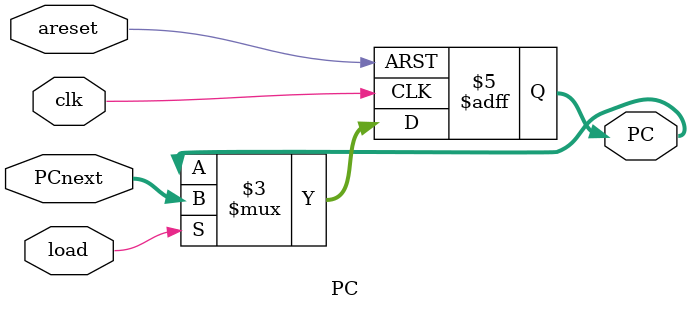
<source format=v>
module PC(
input [31:0] PCnext,
input clk,areset,load,
output reg [31:0] PC
);

always @(posedge(clk), negedge(areset))
begin

if(~areset)
PC <= 0;

else if(load)
PC <= PCnext;

end

endmodule 

</source>
